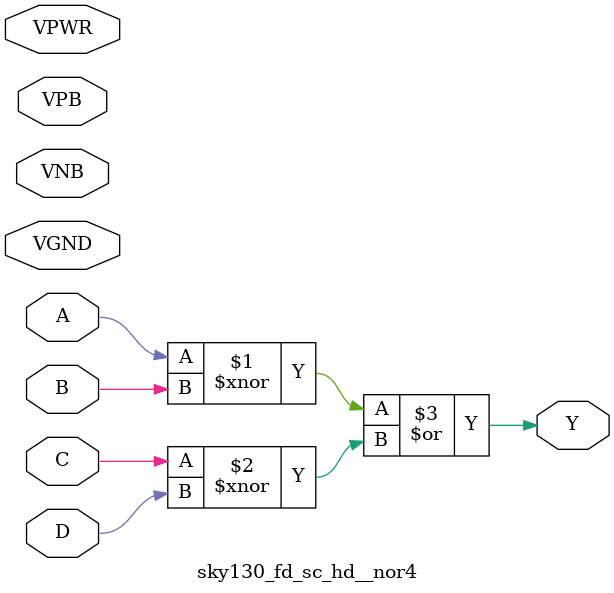
<source format=v>

module sky130_fd_sc_hd__nor4 (
    output Y,
    input A,
    input B,
    input C,
    input D,
    inout VPWR,
    inout VGND,
    inout VPB,
    inout VNB
);
    assign Y = ~((A ~^ B) ~| (C ~^ D));
endmodule

</source>
